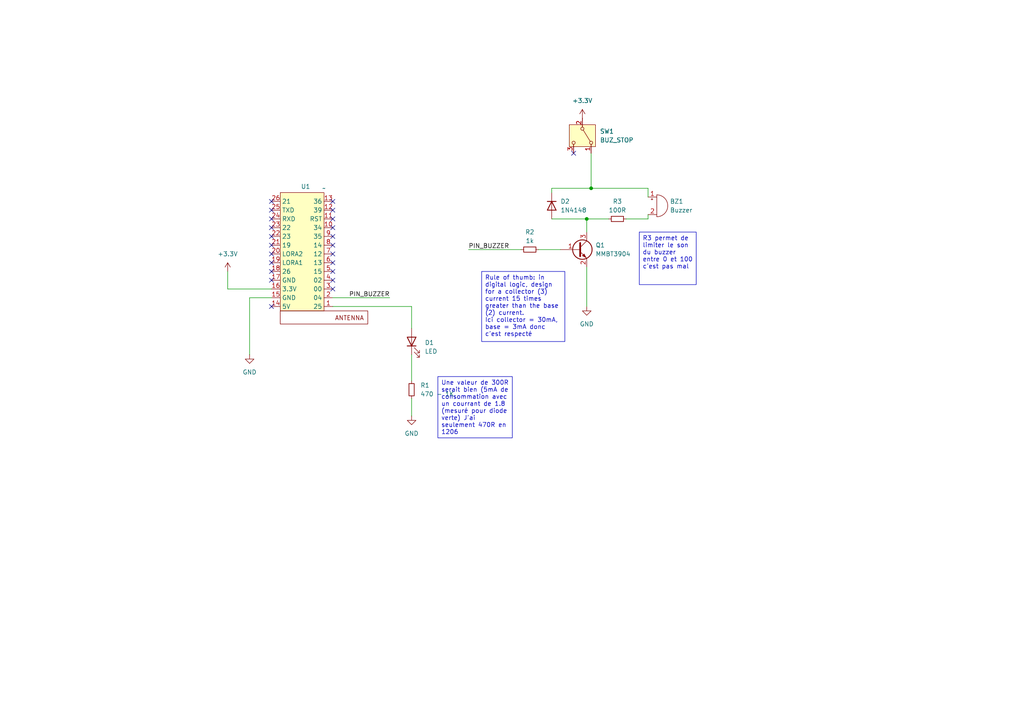
<source format=kicad_sch>
(kicad_sch (version 20231120) (generator "eeschema") (generator_version "8.0")
  (paper "A4")
  (lib_symbols
    (symbol "Device:Buzzer" (pin_names (offset 0.0254) hide)
      (property "Reference" "BZ" (at 3.81 1.27 0))
      (property "Value" "Buzzer" (at 3.81 -1.27 0))
      (symbol "Buzzer_0_1"
        (arc (start 0 -3.175) (mid 3.1612 0) (end 0 3.175))
        (polyline (pts (xy -1.651 1.905) (xy -1.143 1.905)))
        (polyline (pts (xy -1.397 2.159) (xy -1.397 1.651)))
        (polyline (pts (xy 0 3.175) (xy 0 -3.175)))
      )
      (symbol "Buzzer_1_1"
        (pin passive line (at -2.54 2.54 0) (length 2.54) (name "+") (number "1"))
        (pin passive line (at -2.54 -2.54 0) (length 2.54) (name "-") (number "2"))
      )
    )
    (symbol "Device:D" (pin_numbers hide) (pin_names (offset 1.016) hide)
      (property "Reference" "D" (at 0 2.54 0))
      (property "Value" "D" (at 0 -2.54 0))
      (symbol "D_0_1"
        (polyline (pts (xy -1.27 1.27) (xy -1.27 -1.27)) (stroke (width 0.254)))
        (polyline (pts (xy 1.27 0) (xy -1.27 0)))
        (polyline (pts (xy 1.27 1.27) (xy 1.27 -1.27) (xy -1.27 0) (xy 1.27 1.27)) (stroke (width 0.254)))
      )
      (symbol "D_1_1"
        (pin passive line (at -3.81 0 0) (length 2.54) (name "K") (number "1"))
        (pin passive line (at 3.81 0 180) (length 2.54) (name "A") (number "2"))
      )
    )
    (symbol "Device:LED" (pin_numbers hide) (pin_names (offset 1.016) hide)
      (property "Reference" "D" (at 0 2.54 0))
      (property "Value" "LED" (at 0 -2.54 0))
      (symbol "LED_0_1"
        (polyline (pts (xy -1.27 -1.27) (xy -1.27 1.27)) (stroke (width 0.254)))
        (polyline (pts (xy -1.27 0) (xy 1.27 0)))
        (polyline (pts (xy 1.27 -1.27) (xy 1.27 1.27) (xy -1.27 0) (xy 1.27 -1.27)) (stroke (width 0.254)))
        (polyline (pts (xy -3.048 -0.762) (xy -4.572 -2.286) (xy -3.81 -2.286) (xy -4.572 -2.286) (xy -4.572 -1.524)))
        (polyline (pts (xy -1.778 -0.762) (xy -3.302 -2.286) (xy -2.54 -2.286) (xy -3.302 -2.286) (xy -3.302 -1.524)))
      )
      (symbol "LED_1_1"
        (pin passive line (at -3.81 0 0) (length 2.54) (name "K") (number "1"))
        (pin passive line (at 3.81 0 180) (length 2.54) (name "A") (number "2"))
      )
    )
    (symbol "Device:R_Small" (pin_numbers hide) (pin_names (offset 0.254) hide)
      (property "Reference" "R" (at 0.762 0.508 0))
      (property "Value" "R_Small" (at 0.762 -1.016 0))
      (symbol "R_Small_0_1"
        (rectangle (start -0.762 1.778) (end 0.762 -1.778) (stroke (width 0.2032)))
      )
      (symbol "R_Small_1_1"
        (pin passive line (at 0 2.54 270) (length 0.762) (name "~") (number "1"))
        (pin passive line (at 0 -2.54 90) (length 0.762) (name "~") (number "2"))
      )
    )
    (symbol "LSC_Symbols:Lilygo_TTGO_Lora32"
      (property "Reference" "U" (at 2.794 25.654 0))
      (symbol "Lilygo_TTGO_Lora32_0_1"
        (rectangle (start -6.35 -10.16) (end 19.05 -13.97))
      )
      (symbol "Lilygo_TTGO_Lora32_1_1"
        (rectangle (start -6.35 -10.16) (end 6.35 24.13) (fill (type background)))
        (text "ANTENNA" (at 13.716 -12.192 0) (effects (font (size 1.27 1.27))))
        (pin bidirectional line (at 8.89 -8.89 180) (length 2.54) (name "25") (number "1"))
        (pin bidirectional line (at 8.89 13.97 180) (length 2.54) (name "34") (number "10"))
        (pin input line (at 8.89 16.51 180) (length 2.54) (name "RST") (number "11"))
        (pin bidirectional line (at 8.89 19.05 180) (length 2.54) (name "39") (number "12"))
        (pin bidirectional line (at 8.89 21.59 180) (length 2.54) (name "36") (number "13"))
        (pin power_out line (at -8.89 -8.89 0) (length 2.54) (name "5V") (number "14"))
        (pin power_out line (at -8.89 -6.35 0) (length 2.54) (name "GND") (number "15"))
        (pin power_out line (at -8.89 -3.81 0) (length 2.54) (name "3.3V") (number "16"))
        (pin power_out line (at -8.89 -1.27 0) (length 2.54) (name "GND") (number "17"))
        (pin bidirectional line (at -8.89 1.27 0) (length 2.54) (name "26") (number "18"))
        (pin bidirectional line (at -8.89 3.81 0) (length 2.54) (name "LORA1") (number "19"))
        (pin bidirectional line (at 8.89 -6.35 180) (length 2.54) (name "04") (number "2"))
        (pin bidirectional line (at -8.89 6.35 0) (length 2.54) (name "LORA2") (number "20"))
        (pin bidirectional line (at -8.89 8.89 0) (length 2.54) (name "19") (number "21"))
        (pin bidirectional line (at -8.89 11.43 0) (length 2.54) (name "23") (number "22"))
        (pin bidirectional line (at -8.89 13.97 0) (length 2.54) (name "22") (number "23"))
        (pin bidirectional line (at -8.89 16.51 0) (length 2.54) (name "RXD") (number "24"))
        (pin bidirectional line (at -8.89 19.05 0) (length 2.54) (name "TXD") (number "25"))
        (pin bidirectional line (at -8.89 21.59 0) (length 2.54) (name "21") (number "26"))
        (pin bidirectional line (at 8.89 -3.81 180) (length 2.54) (name "00") (number "3"))
        (pin bidirectional line (at 8.89 -1.27 180) (length 2.54) (name "02") (number "4"))
        (pin bidirectional line (at 8.89 1.27 180) (length 2.54) (name "15") (number "5"))
        (pin bidirectional line (at 8.89 3.81 180) (length 2.54) (name "13") (number "6"))
        (pin bidirectional line (at 8.89 6.35 180) (length 2.54) (name "12") (number "7"))
        (pin bidirectional line (at 8.89 8.89 180) (length 2.54) (name "14") (number "8"))
        (pin bidirectional line (at 8.89 11.43 180) (length 2.54) (name "35") (number "9"))
      )
    )
    (symbol "Switch:SW_SPDT" (pin_names (offset 0) hide)
      (property "Reference" "SW" (at 0 5.08 0))
      (property "Value" "SW_SPDT" (at 0 -5.08 0))
      (symbol "SW_SPDT_0_1"
        (circle (center -2.032 0) (radius 0.4572))
        (polyline (pts (xy -1.651 0.254) (xy 1.651 2.286)))
        (circle (center 2.032 -2.54) (radius 0.4572))
        (circle (center 2.032 2.54) (radius 0.4572))
      )
      (symbol "SW_SPDT_1_1"
        (rectangle (start -3.175 3.81) (end 3.175 -3.81) (fill (type background)))
        (pin passive line (at 5.08 2.54 180) (length 2.54) (name "A") (number "1"))
        (pin passive line (at -5.08 0 0) (length 2.54) (name "B") (number "2"))
        (pin passive line (at 5.08 -2.54 180) (length 2.54) (name "C") (number "3"))
      )
    )
    (symbol "Transistor_BJT:MMBT3904" (pin_names (offset 0) hide)
      (property "Reference" "Q" (at 5.08 1.905 0))
      (property "Value" "MMBT3904" (at 5.08 0 0))
      (symbol "MMBT3904_0_1"
        (polyline (pts (xy 0.635 0.635) (xy 2.54 2.54)))
        (polyline (pts (xy 0.635 -0.635) (xy 2.54 -2.54) (xy 2.54 -2.54)))
        (polyline (pts (xy 0.635 1.905) (xy 0.635 -1.905) (xy 0.635 -1.905)) (stroke (width 0.508)))
        (polyline (pts (xy 1.27 -1.778) (xy 1.778 -1.27) (xy 2.286 -2.286) (xy 1.27 -1.778) (xy 1.27 -1.778)) (fill (type outline)))
        (circle (center 1.27 0) (radius 2.8194) (stroke (width 0.254)))
      )
      (symbol "MMBT3904_1_1"
        (pin input line (at -5.08 0 0) (length 5.715) (name "B") (number "1"))
        (pin passive line (at 2.54 -5.08 90) (length 2.54) (name "E") (number "2"))
        (pin passive line (at 2.54 5.08 270) (length 2.54) (name "C") (number "3"))
      )
    )
    (symbol "power:+3.3V" (power) (pin_numbers hide) (pin_names (offset 0) hide)
      (property "Value" "+3.3V" (at 0 3.556 0))
      (symbol "+3.3V_0_1"
        (polyline (pts (xy -0.762 1.27) (xy 0 2.54)))
        (polyline (pts (xy 0 0) (xy 0 2.54)))
        (polyline (pts (xy 0 2.54) (xy 0.762 1.27)))
      )
      (symbol "+3.3V_1_1"
        (pin power_in line (at 0 0 90) (length 0) (name "~") (number "1"))
      )
    )
    (symbol "power:GND" (power) (pin_numbers hide) (pin_names (offset 0) hide)
      (property "Value" "GND" (at 0 -3.81 0))
      (symbol "GND_0_1"
        (polyline (pts (xy 0 0) (xy 0 -1.27) (xy 1.27 -1.27) (xy 0 -2.54) (xy -1.27 -1.27) (xy 0 -1.27)))
      )
      (symbol "GND_1_1"
        (pin power_in line (at 0 0 270) (length 0) (name "~") (number "1"))
      )
    )
  )
  (junction (at 171.45 54.61))
  (junction (at 170.18 63.5))
  (no_connect (at 96.52 58.42))
  (no_connect (at 96.52 63.5))
  (no_connect (at 166.37 44.45))
  (no_connect (at 78.74 63.5))
  (no_connect (at 78.74 73.66))
  (no_connect (at 96.52 83.82))
  (no_connect (at 96.52 78.74))
  (no_connect (at 96.52 68.58))
  (no_connect (at 78.74 76.2))
  (no_connect (at 78.74 71.12))
  (no_connect (at 78.74 66.04))
  (no_connect (at 78.74 58.42))
  (no_connect (at 96.52 76.2))
  (no_connect (at 78.74 78.74))
  (no_connect (at 78.74 60.96))
  (no_connect (at 96.52 81.28))
  (no_connect (at 78.74 81.28))
  (no_connect (at 78.74 88.9))
  (no_connect (at 96.52 73.66))
  (no_connect (at 96.52 66.04))
  (no_connect (at 96.52 71.12))
  (no_connect (at 96.52 60.96))
  (no_connect (at 78.74 68.58))
  (wire (pts (xy 170.18 63.5) (xy 170.18 67.31)))
  (wire (pts (xy 160.02 54.61) (xy 171.45 54.61)))
  (wire (pts (xy 156.21 72.39) (xy 162.56 72.39)))
  (wire (pts (xy 78.74 86.36) (xy 72.39 86.36)))
  (wire (pts (xy 187.96 62.23) (xy 187.96 63.5)))
  (wire (pts (xy 187.96 63.5) (xy 181.61 63.5)))
  (wire (pts (xy 119.38 88.9) (xy 119.38 95.25)))
  (wire (pts (xy 160.02 55.88) (xy 160.02 54.61)))
  (wire (pts (xy 119.38 115.57) (xy 119.38 120.65)))
  (wire (pts (xy 187.96 57.15) (xy 187.96 54.61)))
  (wire (pts (xy 160.02 63.5) (xy 170.18 63.5)))
  (wire (pts (xy 96.52 86.36) (xy 113.03 86.36)))
  (wire (pts (xy 66.04 83.82) (xy 66.04 78.74)))
  (wire (pts (xy 170.18 77.47) (xy 170.18 88.9)))
  (wire (pts (xy 171.45 44.45) (xy 171.45 54.61)))
  (wire (pts (xy 187.96 54.61) (xy 171.45 54.61)))
  (wire (pts (xy 78.74 83.82) (xy 66.04 83.82)))
  (wire (pts (xy 96.52 88.9) (xy 119.38 88.9)))
  (wire (pts (xy 119.38 102.87) (xy 119.38 110.49)))
  (wire (pts (xy 135.89 72.39) (xy 151.13 72.39)))
  (wire (pts (xy 72.39 86.36) (xy 72.39 102.87)))
  (wire (pts (xy 176.53 63.5) (xy 170.18 63.5)))
  (text_box "Une valeur de 300R serait bien (5mA de consommation avec un courrant de 1.8 (mesuré pour diode verte) J'ai seulement 470R en 1206" (at 127 109.22 0) (size 21.59 17.78) (effects (font (size 1.27 1.27)) (justify left top)))
  (text_box "R3 permet de limiter le son du buzzer entre 0 et 100 c'est pas mal" (at 185.42 67.31 0) (size 16.51 15.24) (effects (font (size 1.27 1.27)) (justify left top)))
  (text_box "Rule of thumb: in digital logic, design for a collector (3) current 15 times greater than the base (2) current.\nIci collector = 30mA, base = 3mA donc c'est respecté" (at 139.7 78.74 0) (size 24.13 20.32) (effects (font (size 1.27 1.27)) (justify left top)))
  (label "PIN_BUZZER" (at 113.03 86.36 180))
  (label "PIN_BUZZER" (at 135.89 72.39 0))
  (symbol (lib_id "power:GND") (at 72.39 102.87 0) (unit 1)
    (property "Reference" "#PWR04" (effects (hide yes)))
    (property "Value" "GND" (at 72.39 107.95 0))
    (property "Description" "Power symbol creates a global label with name \"GND\" , ground" (effects (hide yes)))
  )
  (symbol (lib_id "Transistor_BJT:MMBT3904") (at 167.64 72.39 0) (unit 1)
    (property "Reference" "Q1" (at 172.72 71.1199 0) (effects (justify left)))
    (property "Value" "MMBT3904" (at 172.72 73.6599 0) (effects (justify left)))
    (property "Footprint" "Package_TO_SOT_SMD:SOT-23" (effects (hide yes)))
    (property "Datasheet" "https://www.onsemi.com/pdf/datasheet/pzt3904-d.pdf" (effects (hide yes)))
    (property "Description" "0.2A Ic, 40V Vce, Small Signal NPN Transistor, SOT-23" (effects (hide yes)))
  )
  (symbol (lib_id "LSC_Symbols:Lilygo_TTGO_Lora32") (at 87.63 80.01 0) (unit 1)
    (property "Reference" "U1" (at 88.646 54.102 0))
    (property "Value" "~" (at 93.98 54.61 0))
    (property "Footprint" "LSC_footprint:Lilygo TTGO Lora32 shield" (effects (hide yes)))
    (property "Datasheet" "https://www.lilygo.cc/products/lora3" (effects (hide yes)))
    (property "Description" "LORA board " (effects (hide yes)))
  )
  (symbol (lib_id "Device:R_Small") (at 153.67 72.39 90) (unit 1)
    (property "Reference" "R2" (at 153.67 67.31 90))
    (property "Value" "1k" (at 153.67 69.85 90))
    (property "Footprint" "Resistor_SMD:R_1206_3216Metric" (effects (hide yes)))
    (property "Description" "Resistor, small symbol" (effects (hide yes)))
  )
  (symbol (lib_id "Device:R_Small") (at 179.07 63.5 90) (unit 1)
    (property "Reference" "R3" (at 179.07 58.42 90))
    (property "Value" "100R" (at 179.07 60.96 90))
    (property "Footprint" "Resistor_SMD:R_1206_3216Metric" (effects (hide yes)))
    (property "Description" "Resistor, small symbol" (effects (hide yes)))
  )
  (symbol (lib_id "Switch:SW_SPDT") (at 168.91 39.37 270) (unit 1)
    (property "Reference" "SW1" (at 173.99 38.0999 90) (effects (justify left)))
    (property "Value" "BUZ_STOP" (at 173.99 40.6399 90) (effects (justify left)))
    (property "Footprint" "LSC_footprint:SLIDE SWITCH" (effects (hide yes)))
    (property "Description" "Switch, single pole double throw" (effects (hide yes)))
  )
  (symbol (lib_id "Device:R_Small") (at 119.38 113.03 0) (unit 1)
    (property "Reference" "R1" (at 121.92 111.7599 0) (effects (justify left)))
    (property "Value" "470 - 1K" (at 121.92 114.2999 0) (effects (justify left)))
    (property "Footprint" "Resistor_SMD:R_1206_3216Metric" (effects (hide yes)))
    (property "Description" "Resistor, small symbol" (effects (hide yes)))
  )
  (symbol (lib_id "power:+3.3V") (at 168.91 34.29 0) (unit 1)
    (property "Reference" "#PWR02" (effects (hide yes)))
    (property "Value" "+3.3V" (at 168.91 29.21 0))
    (property "Description" "Power symbol creates a global label with name \"+3.3V\"" (effects (hide yes)))
  )
  (symbol (lib_id "power:GND") (at 170.18 88.9 0) (unit 1)
    (property "Reference" "#PWR03" (effects (hide yes)))
    (property "Value" "GND" (at 170.18 93.98 0))
    (property "Description" "Power symbol creates a global label with name \"GND\" , ground" (effects (hide yes)))
  )
  (symbol (lib_id "Device:LED") (at 119.38 99.06 90) (unit 1)
    (property "Reference" "D1" (at 123.19 99.3774 90) (effects (justify right)))
    (property "Value" "LED" (at 123.19 101.9174 90) (effects (justify right)))
    (property "Footprint" "LED_THT:LED_D5.0mm" (effects (hide yes)))
    (property "Description" "Light emitting diode" (effects (hide yes)))
  )
  (symbol (lib_id "power:GND") (at 119.38 120.65 0) (unit 1)
    (property "Reference" "#PWR01" (effects (hide yes)))
    (property "Value" "GND" (at 119.38 125.73 0))
    (property "Description" "Power symbol creates a global label with name \"GND\" , ground" (effects (hide yes)))
  )
  (symbol (lib_id "Device:Buzzer") (at 190.5 59.69 0) (unit 1)
    (property "Reference" "BZ1" (at 194.31 58.4199 0) (effects (justify left)))
    (property "Value" "Buzzer" (at 194.31 60.9599 0) (effects (justify left)))
    (property "Footprint" "Buzzer_Beeper:Buzzer_12x9.5RM7.6" (effects (hide yes)))
    (property "Description" "Buzzer, polarized" (effects (hide yes)))
  )
  (symbol (lib_id "Device:D") (at 160.02 59.69 270) (unit 1)
    (property "Reference" "D2" (at 162.56 58.4199 90) (effects (justify left)))
    (property "Value" "1N4148" (at 162.56 60.9599 90) (effects (justify left)))
    (property "Footprint" "Diode_SMD:D_MiniMELF" (effects (hide yes)))
    (property "Description" "Diode" (effects (hide yes)))
    (property "Sim.Device" "D" (effects (hide yes)))
    (property "Sim.Pins" "1=K 2=A" (effects (hide yes)))
  )
  (symbol (lib_id "power:+3.3V") (at 66.04 78.74 0) (unit 1)
    (property "Reference" "#PWR05" (effects (hide yes)))
    (property "Value" "+3.3V" (at 66.04 73.66 0))
    (property "Description" "Power symbol creates a global label with name \"+3.3V\"" (effects (hide yes)))
  )
)
</source>
